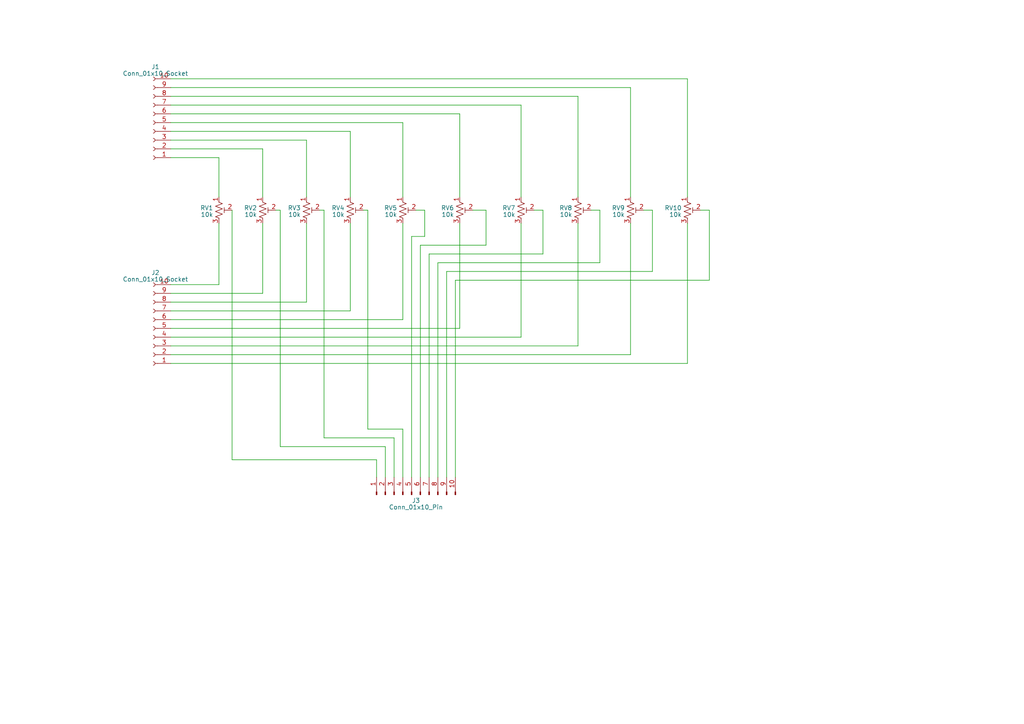
<source format=kicad_sch>
(kicad_sch (version 20230121) (generator eeschema)
  (paper "A4")
  (lib_symbols
    (symbol "Connector:Conn_01x10_Pin" (pin_names (offset 1.016) hide)
      (property "Reference" "J" (at 0 12.7 0))
      (property "Value" "Conn_01x10_Pin" (at 0 -15.24 0))
      (symbol "Conn_01x10_Pin_1_1"
        (polyline (pts (xy 1.27 -12.7) (xy 0.8636 -12.7)) (stroke (width 0.1524)))
        (polyline (pts (xy 1.27 -10.16) (xy 0.8636 -10.16)) (stroke (width 0.1524)))
        (polyline (pts (xy 1.27 -7.62) (xy 0.8636 -7.62)) (stroke (width 0.1524)))
        (polyline (pts (xy 1.27 -5.08) (xy 0.8636 -5.08)) (stroke (width 0.1524)))
        (polyline (pts (xy 1.27 -2.54) (xy 0.8636 -2.54)) (stroke (width 0.1524)))
        (polyline (pts (xy 1.27 0) (xy 0.8636 0)) (stroke (width 0.1524)))
        (polyline (pts (xy 1.27 2.54) (xy 0.8636 2.54)) (stroke (width 0.1524)))
        (polyline (pts (xy 1.27 5.08) (xy 0.8636 5.08)) (stroke (width 0.1524)))
        (polyline (pts (xy 1.27 7.62) (xy 0.8636 7.62)) (stroke (width 0.1524)))
        (polyline (pts (xy 1.27 10.16) (xy 0.8636 10.16)) (stroke (width 0.1524)))
        (rectangle (start 0.8636 -12.573) (end 0 -12.827) (stroke (width 0.1524)) (fill (type outline)))
        (rectangle (start 0.8636 -10.033) (end 0 -10.287) (stroke (width 0.1524)) (fill (type outline)))
        (rectangle (start 0.8636 -7.493) (end 0 -7.747) (stroke (width 0.1524)) (fill (type outline)))
        (rectangle (start 0.8636 -4.953) (end 0 -5.207) (stroke (width 0.1524)) (fill (type outline)))
        (rectangle (start 0.8636 -2.413) (end 0 -2.667) (stroke (width 0.1524)) (fill (type outline)))
        (rectangle (start 0.8636 0.127) (end 0 -0.127) (stroke (width 0.1524)) (fill (type outline)))
        (rectangle (start 0.8636 2.667) (end 0 2.413) (stroke (width 0.1524)) (fill (type outline)))
        (rectangle (start 0.8636 5.207) (end 0 4.953) (stroke (width 0.1524)) (fill (type outline)))
        (rectangle (start 0.8636 7.747) (end 0 7.493) (stroke (width 0.1524)) (fill (type outline)))
        (rectangle (start 0.8636 10.287) (end 0 10.033) (stroke (width 0.1524)) (fill (type outline)))
        (pin passive line (at 5.08 10.16 180) (length 3.81) (name "Pin_1") (number "1"))
        (pin passive line (at 5.08 -12.7 180) (length 3.81) (name "Pin_10") (number "10"))
        (pin passive line (at 5.08 7.62 180) (length 3.81) (name "Pin_2") (number "2"))
        (pin passive line (at 5.08 5.08 180) (length 3.81) (name "Pin_3") (number "3"))
        (pin passive line (at 5.08 2.54 180) (length 3.81) (name "Pin_4") (number "4"))
        (pin passive line (at 5.08 0 180) (length 3.81) (name "Pin_5") (number "5"))
        (pin passive line (at 5.08 -2.54 180) (length 3.81) (name "Pin_6") (number "6"))
        (pin passive line (at 5.08 -5.08 180) (length 3.81) (name "Pin_7") (number "7"))
        (pin passive line (at 5.08 -7.62 180) (length 3.81) (name "Pin_8") (number "8"))
        (pin passive line (at 5.08 -10.16 180) (length 3.81) (name "Pin_9") (number "9"))
      )
    )
    (symbol "Connector:Conn_01x10_Socket" (pin_names (offset 1.016) hide)
      (property "Reference" "J" (at 0 12.7 0))
      (property "Value" "Conn_01x10_Socket" (at 0 -15.24 0))
      (symbol "Conn_01x10_Socket_1_1"
        (arc (start 0 -12.192) (mid -0.5058 -12.7) (end 0 -13.208) (stroke (width 0.1524)))
        (arc (start 0 -9.652) (mid -0.5058 -10.16) (end 0 -10.668) (stroke (width 0.1524)))
        (arc (start 0 -7.112) (mid -0.5058 -7.62) (end 0 -8.128) (stroke (width 0.1524)))
        (arc (start 0 -4.572) (mid -0.5058 -5.08) (end 0 -5.588) (stroke (width 0.1524)))
        (arc (start 0 -2.032) (mid -0.5058 -2.54) (end 0 -3.048) (stroke (width 0.1524)))
        (polyline (pts (xy -1.27 -12.7) (xy -0.508 -12.7)) (stroke (width 0.1524)))
        (polyline (pts (xy -1.27 -10.16) (xy -0.508 -10.16)) (stroke (width 0.1524)))
        (polyline (pts (xy -1.27 -7.62) (xy -0.508 -7.62)) (stroke (width 0.1524)))
        (polyline (pts (xy -1.27 -5.08) (xy -0.508 -5.08)) (stroke (width 0.1524)))
        (polyline (pts (xy -1.27 -2.54) (xy -0.508 -2.54)) (stroke (width 0.1524)))
        (polyline (pts (xy -1.27 0) (xy -0.508 0)) (stroke (width 0.1524)))
        (polyline (pts (xy -1.27 2.54) (xy -0.508 2.54)) (stroke (width 0.1524)))
        (polyline (pts (xy -1.27 5.08) (xy -0.508 5.08)) (stroke (width 0.1524)))
        (polyline (pts (xy -1.27 7.62) (xy -0.508 7.62)) (stroke (width 0.1524)))
        (polyline (pts (xy -1.27 10.16) (xy -0.508 10.16)) (stroke (width 0.1524)))
        (arc (start 0 0.508) (mid -0.5058 0) (end 0 -0.508) (stroke (width 0.1524)))
        (arc (start 0 3.048) (mid -0.5058 2.54) (end 0 2.032) (stroke (width 0.1524)))
        (arc (start 0 5.588) (mid -0.5058 5.08) (end 0 4.572) (stroke (width 0.1524)))
        (arc (start 0 8.128) (mid -0.5058 7.62) (end 0 7.112) (stroke (width 0.1524)))
        (arc (start 0 10.668) (mid -0.5058 10.16) (end 0 9.652) (stroke (width 0.1524)))
        (pin passive line (at -5.08 10.16 0) (length 3.81) (name "Pin_1") (number "1"))
        (pin passive line (at -5.08 -12.7 0) (length 3.81) (name "Pin_10") (number "10"))
        (pin passive line (at -5.08 7.62 0) (length 3.81) (name "Pin_2") (number "2"))
        (pin passive line (at -5.08 5.08 0) (length 3.81) (name "Pin_3") (number "3"))
        (pin passive line (at -5.08 2.54 0) (length 3.81) (name "Pin_4") (number "4"))
        (pin passive line (at -5.08 0 0) (length 3.81) (name "Pin_5") (number "5"))
        (pin passive line (at -5.08 -2.54 0) (length 3.81) (name "Pin_6") (number "6"))
        (pin passive line (at -5.08 -5.08 0) (length 3.81) (name "Pin_7") (number "7"))
        (pin passive line (at -5.08 -7.62 0) (length 3.81) (name "Pin_8") (number "8"))
        (pin passive line (at -5.08 -10.16 0) (length 3.81) (name "Pin_9") (number "9"))
      )
    )
    (symbol "Device:R_Potentiometer_Trim_US" (pin_names (offset 1.016) hide)
      (property "Reference" "RV" (at -4.445 0 90))
      (property "Value" "R_Potentiometer_Trim_US" (at -2.54 0 90))
      (symbol "R_Potentiometer_Trim_US_0_1"
        (polyline (pts (xy 0 -2.286) (xy 0 -2.54)))
        (polyline (pts (xy 0 2.286) (xy 0 2.54)))
        (polyline (pts (xy 1.524 0.762) (xy 1.524 -0.762)))
        (polyline (pts (xy 2.54 0) (xy 1.524 0)))
        (polyline (pts (xy 0 -0.762) (xy 1.016 -1.143) (xy 0 -1.524) (xy -1.016 -1.905) (xy 0 -2.286)))
        (polyline (pts (xy 0 0.762) (xy 1.016 0.381) (xy 0 0) (xy -1.016 -0.381) (xy 0 -0.762)))
        (polyline (pts (xy 0 2.286) (xy 1.016 1.905) (xy 0 1.524) (xy -1.016 1.143) (xy 0 0.762)))
      )
      (symbol "R_Potentiometer_Trim_US_1_1"
        (pin passive line (at 0 3.81 270) (length 1.27) (name "1") (number "1"))
        (pin passive line (at 3.81 0 180) (length 1.27) (name "2") (number "2"))
        (pin passive line (at 0 -3.81 90) (length 1.27) (name "3") (number "3"))
      )
    )
  )
  (wire (pts (xy 88.9 87.63) (xy 88.9 64.77)))
  (wire (pts (xy 106.68 124.46) (xy 116.84 124.46)))
  (wire (pts (xy 109.22 133.35) (xy 109.22 138.43)))
  (wire (pts (xy 123.19 60.96) (xy 123.19 68.58)))
  (wire (pts (xy 133.35 95.25) (xy 133.35 64.77)))
  (wire (pts (xy 81.28 129.54) (xy 81.28 60.96)))
  (wire (pts (xy 151.13 97.79) (xy 151.13 64.77)))
  (wire (pts (xy 49.53 105.41) (xy 199.39 105.41)))
  (wire (pts (xy 111.76 129.54) (xy 81.28 129.54)))
  (wire (pts (xy 93.98 127) (xy 114.3 127)))
  (wire (pts (xy 49.53 97.79) (xy 151.13 97.79)))
  (wire (pts (xy 76.2 85.09) (xy 76.2 64.77)))
  (wire (pts (xy 124.46 138.43) (xy 124.46 73.66)))
  (wire (pts (xy 93.98 60.96) (xy 93.98 127)))
  (wire (pts (xy 114.3 127) (xy 114.3 138.43)))
  (wire (pts (xy 49.53 92.71) (xy 116.84 92.71)))
  (wire (pts (xy 123.19 68.58) (xy 119.38 68.58)))
  (wire (pts (xy 199.39 22.86) (xy 199.39 57.15)))
  (wire (pts (xy 63.5 57.15) (xy 63.5 45.72)))
  (wire (pts (xy 106.68 60.96) (xy 106.68 124.46)))
  (wire (pts (xy 80.01 60.96) (xy 81.28 60.96)))
  (wire (pts (xy 151.13 30.48) (xy 151.13 57.15)))
  (wire (pts (xy 205.74 81.28) (xy 205.74 60.96)))
  (wire (pts (xy 101.6 38.1) (xy 101.6 57.15)))
  (wire (pts (xy 49.53 100.33) (xy 167.64 100.33)))
  (wire (pts (xy 49.53 102.87) (xy 182.88 102.87)))
  (wire (pts (xy 101.6 90.17) (xy 101.6 64.77)))
  (wire (pts (xy 182.88 25.4) (xy 49.53 25.4)))
  (wire (pts (xy 49.53 95.25) (xy 133.35 95.25)))
  (wire (pts (xy 116.84 92.71) (xy 116.84 64.77)))
  (wire (pts (xy 49.53 30.48) (xy 151.13 30.48)))
  (wire (pts (xy 76.2 43.18) (xy 76.2 57.15)))
  (wire (pts (xy 121.92 71.12) (xy 140.97 71.12)))
  (wire (pts (xy 49.53 43.18) (xy 76.2 43.18)))
  (wire (pts (xy 49.53 35.56) (xy 116.84 35.56)))
  (wire (pts (xy 124.46 73.66) (xy 157.48 73.66)))
  (wire (pts (xy 205.74 60.96) (xy 203.2 60.96)))
  (wire (pts (xy 127 76.2) (xy 173.99 76.2)))
  (wire (pts (xy 116.84 35.56) (xy 116.84 57.15)))
  (wire (pts (xy 182.88 57.15) (xy 182.88 25.4)))
  (wire (pts (xy 140.97 60.96) (xy 137.16 60.96)))
  (wire (pts (xy 199.39 105.41) (xy 199.39 64.77)))
  (wire (pts (xy 88.9 40.64) (xy 88.9 57.15)))
  (wire (pts (xy 49.53 82.55) (xy 63.5 82.55)))
  (wire (pts (xy 157.48 73.66) (xy 157.48 60.96)))
  (wire (pts (xy 189.23 60.96) (xy 189.23 78.74)))
  (wire (pts (xy 133.35 33.02) (xy 133.35 57.15)))
  (wire (pts (xy 189.23 78.74) (xy 129.54 78.74)))
  (wire (pts (xy 116.84 124.46) (xy 116.84 138.43)))
  (wire (pts (xy 49.53 22.86) (xy 199.39 22.86)))
  (wire (pts (xy 132.08 81.28) (xy 205.74 81.28)))
  (wire (pts (xy 63.5 45.72) (xy 49.53 45.72)))
  (wire (pts (xy 67.31 133.35) (xy 109.22 133.35)))
  (wire (pts (xy 173.99 76.2) (xy 173.99 60.96)))
  (wire (pts (xy 182.88 102.87) (xy 182.88 64.77)))
  (wire (pts (xy 63.5 82.55) (xy 63.5 64.77)))
  (wire (pts (xy 127 138.43) (xy 127 76.2)))
  (wire (pts (xy 49.53 33.02) (xy 133.35 33.02)))
  (wire (pts (xy 167.64 27.94) (xy 167.64 57.15)))
  (wire (pts (xy 67.31 60.96) (xy 67.31 133.35)))
  (wire (pts (xy 157.48 60.96) (xy 154.94 60.96)))
  (wire (pts (xy 173.99 60.96) (xy 171.45 60.96)))
  (wire (pts (xy 129.54 78.74) (xy 129.54 138.43)))
  (wire (pts (xy 49.53 85.09) (xy 76.2 85.09)))
  (wire (pts (xy 132.08 138.43) (xy 132.08 81.28)))
  (wire (pts (xy 49.53 27.94) (xy 167.64 27.94)))
  (wire (pts (xy 119.38 68.58) (xy 119.38 138.43)))
  (wire (pts (xy 49.53 38.1) (xy 101.6 38.1)))
  (wire (pts (xy 167.64 100.33) (xy 167.64 64.77)))
  (wire (pts (xy 92.71 60.96) (xy 93.98 60.96)))
  (wire (pts (xy 120.65 60.96) (xy 123.19 60.96)))
  (wire (pts (xy 49.53 90.17) (xy 101.6 90.17)))
  (wire (pts (xy 186.69 60.96) (xy 189.23 60.96)))
  (wire (pts (xy 105.41 60.96) (xy 106.68 60.96)))
  (wire (pts (xy 49.53 87.63) (xy 88.9 87.63)))
  (wire (pts (xy 140.97 71.12) (xy 140.97 60.96)))
  (wire (pts (xy 121.92 138.43) (xy 121.92 71.12)))
  (wire (pts (xy 49.53 40.64) (xy 88.9 40.64)))
  (wire (pts (xy 111.76 138.43) (xy 111.76 129.54)))
  (symbol (lib_id "Device:R_Potentiometer_Trim_US") (at 151.13 60.96 0) (unit 1)
    (property "Reference" "RV7" (at 149.4791 60.3163 0) (effects (justify right)))
    (property "Value" "10k" (at 149.4791 62.2373 0) (effects (justify right)))
  )
  (symbol (lib_id "Device:R_Potentiometer_Trim_US") (at 76.2 60.96 0) (unit 1)
    (property "Reference" "RV2" (at 74.5491 60.3163 0) (effects (justify right)))
    (property "Value" "10k" (at 74.5491 62.2373 0) (effects (justify right)))
  )
  (symbol (lib_id "Device:R_Potentiometer_Trim_US") (at 199.39 60.96 0) (unit 1)
    (property "Reference" "RV10" (at 197.7391 60.3163 0) (effects (justify right)))
    (property "Value" "10k" (at 197.7391 62.2373 0) (effects (justify right)))
  )
  (symbol (lib_id "Connector:Conn_01x10_Socket") (at 44.45 35.56 180) (unit 1)
    (property "Reference" "J1" (at 45.085 19.3929 0))
    (property "Value" "Conn_01x10_Socket" (at 45.085 21.3139 0))
  )
  (symbol (lib_id "Device:R_Potentiometer_Trim_US") (at 63.5 60.96 0) (unit 1)
    (property "Reference" "RV1" (at 61.8491 60.3163 0) (effects (justify right)))
    (property "Value" "10k" (at 61.8491 62.2373 0) (effects (justify right)))
  )
  (symbol (lib_id "Device:R_Potentiometer_Trim_US") (at 101.6 60.96 0) (unit 1)
    (property "Reference" "RV4" (at 99.9491 60.3163 0) (effects (justify right)))
    (property "Value" "10k" (at 99.9491 62.2373 0) (effects (justify right)))
  )
  (symbol (lib_id "Connector:Conn_01x10_Pin") (at 119.38 143.51 90) (unit 1)
    (property "Reference" "J3" (at 120.65 145.1817 90))
    (property "Value" "Conn_01x10_Pin" (at 120.65 147.1027 90))
  )
  (symbol (lib_id "Device:R_Potentiometer_Trim_US") (at 88.9 60.96 0) (unit 1)
    (property "Reference" "RV3" (at 87.2491 60.3163 0) (effects (justify right)))
    (property "Value" "10k" (at 87.2491 62.2373 0) (effects (justify right)))
  )
  (symbol (lib_id "Connector:Conn_01x10_Socket") (at 44.45 95.25 180) (unit 1)
    (property "Reference" "J2" (at 45.085 79.0829 0))
    (property "Value" "Conn_01x10_Socket" (at 45.085 81.0039 0))
  )
  (symbol (lib_id "Device:R_Potentiometer_Trim_US") (at 182.88 60.96 0) (unit 1)
    (property "Reference" "RV9" (at 181.2291 60.3163 0) (effects (justify right)))
    (property "Value" "10k" (at 181.2291 62.2373 0) (effects (justify right)))
  )
  (symbol (lib_id "Device:R_Potentiometer_Trim_US") (at 116.84 60.96 0) (unit 1)
    (property "Reference" "RV5" (at 115.1891 60.3163 0) (effects (justify right)))
    (property "Value" "10k" (at 115.1891 62.2373 0) (effects (justify right)))
  )
  (symbol (lib_id "Device:R_Potentiometer_Trim_US") (at 167.64 60.96 0) (unit 1)
    (property "Reference" "RV8" (at 165.9891 60.3163 0) (effects (justify right)))
    (property "Value" "10k" (at 165.9891 62.2373 0) (effects (justify right)))
  )
  (symbol (lib_id "Device:R_Potentiometer_Trim_US") (at 133.35 60.96 0) (unit 1)
    (property "Reference" "RV6" (at 131.6991 60.3163 0) (effects (justify right)))
    (property "Value" "10k" (at 131.6991 62.2373 0) (effects (justify right)))
  )
)
</source>
